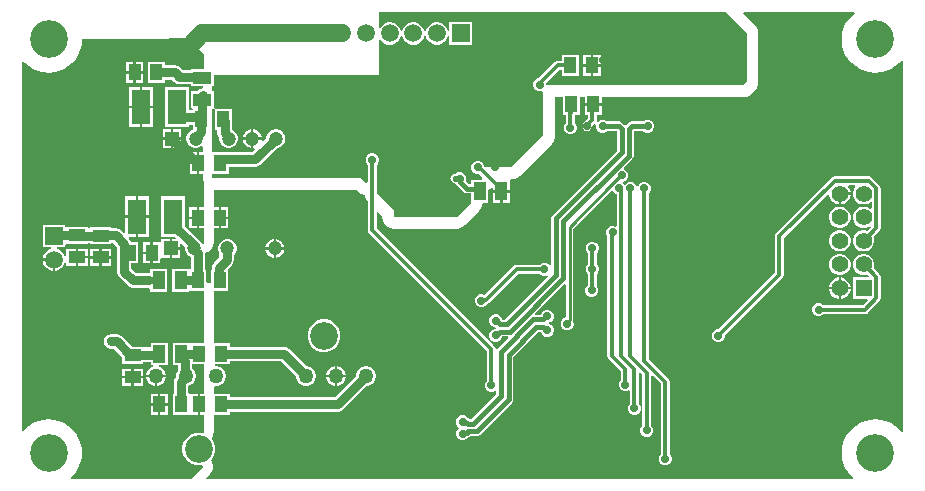
<source format=gbl>
G04*
G04 #@! TF.GenerationSoftware,Altium Limited,Altium Designer,23.11.1 (41)*
G04*
G04 Layer_Physical_Order=2*
G04 Layer_Color=16711680*
%FSLAX43Y43*%
%MOMM*%
G71*
G04*
G04 #@! TF.SameCoordinates,A9BB8E2F-42CC-474E-B4F6-770058E49C0A*
G04*
G04*
G04 #@! TF.FilePolarity,Positive*
G04*
G01*
G75*
%ADD13C,0.254*%
%ADD39R,1.400X1.050*%
%ADD40R,1.050X1.400*%
%ADD41R,1.500X1.050*%
%ADD50R,1.050X1.500*%
%ADD51C,0.350*%
%ADD52C,0.381*%
%ADD54C,1.500*%
%ADD55C,1.200*%
%ADD56R,1.200X1.200*%
%ADD57R,1.500X1.500*%
%ADD58C,1.500*%
%ADD59C,1.400*%
%ADD60R,1.400X1.400*%
%ADD61C,1.260*%
%ADD62C,2.350*%
%ADD63R,1.500X1.500*%
%ADD64C,3.200*%
%ADD65C,0.700*%
%ADD66R,1.600X3.000*%
%ADD67C,0.800*%
G36*
X15663Y36237D02*
Y34983D01*
X14575D01*
Y34929D01*
X13828D01*
X13625Y35133D01*
X13426Y35265D01*
X13192Y35312D01*
X12355D01*
Y35600D01*
X10905D01*
Y33800D01*
X12355D01*
Y34088D01*
X12939D01*
X13142Y33885D01*
X13341Y33752D01*
X13575Y33706D01*
X14575D01*
Y33533D01*
X15556D01*
Y33387D01*
X15322Y33340D01*
X15124Y33208D01*
X15065Y33149D01*
X15054Y33133D01*
X14575D01*
Y31683D01*
X14603D01*
X14713Y31643D01*
Y31512D01*
X14400D01*
Y33500D01*
X12400D01*
Y30100D01*
X14400D01*
Y30288D01*
X14713D01*
Y29874D01*
X14641Y29854D01*
X14459Y29749D01*
X14310Y29600D01*
X14205Y29418D01*
X14150Y29214D01*
Y29003D01*
X14205Y28800D01*
X14310Y28618D01*
X14459Y28469D01*
X14641Y28363D01*
X14845Y28309D01*
X15055D01*
X15259Y28363D01*
X15429Y28462D01*
X15521Y28436D01*
X15556Y28421D01*
Y27935D01*
X15275D01*
Y27035D01*
Y26135D01*
X15556D01*
Y25789D01*
X15584Y25580D01*
X15663Y25388D01*
Y23300D01*
X15242D01*
Y22400D01*
Y21500D01*
X15663D01*
Y20246D01*
X15536Y20212D01*
X15490Y20291D01*
X15341Y20440D01*
X15185Y20531D01*
X14050Y21665D01*
Y24200D01*
X12050D01*
Y20800D01*
X13184D01*
X13258Y20711D01*
X13210Y20600D01*
X12950D01*
Y19900D01*
X13650D01*
Y20169D01*
X13767Y20218D01*
X14056Y19929D01*
X14050Y19905D01*
Y19695D01*
X14105Y19491D01*
X14210Y19309D01*
X14359Y19160D01*
X14530Y19061D01*
Y18062D01*
X14403Y18041D01*
X14400Y18050D01*
X12950D01*
Y16150D01*
X14400D01*
X14417Y16200D01*
X15663D01*
Y11775D01*
X14530D01*
X14450Y11825D01*
Y11825D01*
X13000D01*
Y9925D01*
X13450D01*
Y9448D01*
X13377Y9320D01*
X13320Y9109D01*
Y8911D01*
X13292Y8883D01*
X13160Y8685D01*
X13113Y8451D01*
Y7500D01*
X13000D01*
Y5700D01*
X14450D01*
Y5700D01*
X14530D01*
Y5700D01*
X15155D01*
Y6600D01*
Y7500D01*
X14530D01*
Y7500D01*
X14464D01*
X14337Y7533D01*
Y8191D01*
X14470Y8227D01*
X14660Y8336D01*
X14814Y8490D01*
X14923Y8680D01*
X14980Y8891D01*
Y9109D01*
X14923Y9320D01*
X14814Y9510D01*
X14674Y9650D01*
Y9975D01*
X15663D01*
Y7500D01*
X15355D01*
Y6600D01*
Y5700D01*
X15663D01*
Y4229D01*
X15562Y4151D01*
X15381Y4200D01*
X15019D01*
X14669Y4106D01*
X14356Y3925D01*
X14100Y3669D01*
X13919Y3356D01*
X13825Y3006D01*
Y2644D01*
X13919Y2294D01*
X14100Y1981D01*
X14356Y1725D01*
X14669Y1544D01*
X15019Y1450D01*
X15381D01*
X15485Y1478D01*
X15609Y1387D01*
X15613Y1313D01*
X14555Y255D01*
X4408D01*
X4364Y374D01*
X4505Y495D01*
X4794Y833D01*
X5027Y1213D01*
X5197Y1624D01*
X5301Y2056D01*
X5336Y2500D01*
X5301Y2944D01*
X5197Y3376D01*
X5027Y3787D01*
X4794Y4167D01*
X4505Y4505D01*
X4167Y4794D01*
X3787Y5027D01*
X3376Y5197D01*
X2944Y5301D01*
X2500Y5336D01*
X2056Y5301D01*
X1624Y5197D01*
X1213Y5027D01*
X833Y4794D01*
X495Y4505D01*
X374Y4364D01*
X255Y4408D01*
Y35592D01*
X374Y35636D01*
X495Y35495D01*
X833Y35206D01*
X1213Y34973D01*
X1624Y34803D01*
X2056Y34699D01*
X2500Y34664D01*
X2944Y34699D01*
X3376Y34803D01*
X3787Y34973D01*
X4167Y35206D01*
X4505Y35495D01*
X4794Y35833D01*
X5027Y36213D01*
X5197Y36624D01*
X5301Y37056D01*
X5336Y37500D01*
X14400D01*
X15663Y36237D01*
D02*
G37*
G36*
X61600Y38000D02*
Y33900D01*
X61300Y33600D01*
X44650D01*
Y33769D01*
X44643Y33786D01*
X45774Y34918D01*
X45941D01*
Y34400D01*
X47391D01*
Y36200D01*
X45941D01*
Y35682D01*
X45616D01*
X45469Y35653D01*
X45345Y35570D01*
X43980Y34205D01*
X43788Y34126D01*
X43634Y33971D01*
X43550Y33769D01*
Y33550D01*
X43634Y33348D01*
X43788Y33193D01*
X43991Y33110D01*
X44209D01*
X44294Y33145D01*
X44400Y33074D01*
Y29377D01*
X41693Y26670D01*
X39489D01*
X39398Y26761D01*
Y26779D01*
X39314Y26982D01*
X39159Y27136D01*
X38957Y27220D01*
X38738D01*
X38536Y27136D01*
X38381Y26982D01*
X38298Y26779D01*
Y26561D01*
X38381Y26358D01*
X38536Y26204D01*
X38738Y26120D01*
X38957D01*
X39200Y25877D01*
Y25577D01*
X38263D01*
Y25262D01*
X38089D01*
X37832Y25520D01*
X37865Y25601D01*
Y25819D01*
X37781Y26022D01*
X37627Y26176D01*
X37424Y26260D01*
X37206D01*
X37003Y26176D01*
X36950Y26122D01*
X36928Y26127D01*
X36776Y26096D01*
X36647Y26010D01*
X36561Y25881D01*
X36530Y25728D01*
X36561Y25576D01*
X36647Y25447D01*
X36665Y25428D01*
X36795Y25342D01*
X36932Y25315D01*
X37003Y25244D01*
X37025Y25235D01*
X37095Y25131D01*
X37643Y24582D01*
X37772Y24496D01*
X37924Y24466D01*
X38263D01*
Y23690D01*
X37043Y22470D01*
X31750D01*
Y23000D01*
X30282Y24468D01*
Y26905D01*
X30366Y26988D01*
X30450Y27191D01*
Y27409D01*
X30366Y27612D01*
X30212Y27766D01*
X30009Y27850D01*
X29791D01*
X29588Y27766D01*
X29434Y27612D01*
X29350Y27409D01*
Y27191D01*
X29434Y26988D01*
X29518Y26905D01*
Y25398D01*
X29400Y25350D01*
X28961Y25789D01*
X16371D01*
X16370Y25791D01*
X16363Y25842D01*
Y26135D01*
X17750D01*
Y26723D01*
X19976D01*
X20211Y26770D01*
X20409Y26903D01*
X21815Y28309D01*
X21855D01*
X22059Y28363D01*
X22241Y28469D01*
X22390Y28618D01*
X22495Y28800D01*
X22550Y29003D01*
Y29214D01*
X22495Y29418D01*
X22390Y29600D01*
X22241Y29749D01*
X22059Y29854D01*
X21855Y29909D01*
X21645D01*
X21441Y29854D01*
X21259Y29749D01*
X21110Y29600D01*
X21005Y29418D01*
X20950Y29214D01*
Y29174D01*
X20646Y28870D01*
X20532Y28935D01*
X20550Y29003D01*
Y29009D01*
X19850D01*
Y28309D01*
X19855D01*
X19924Y28327D01*
X19989Y28213D01*
X19723Y27947D01*
X17150D01*
X17091Y27935D01*
X16363D01*
Y28421D01*
Y31606D01*
X16434Y31643D01*
X16458Y31645D01*
X16559Y31578D01*
X16563Y31537D01*
X16563Y31534D01*
X16563Y31522D01*
Y29843D01*
X16801D01*
Y29554D01*
X16848Y29320D01*
X16950Y29167D01*
Y29003D01*
X17005Y28800D01*
X17110Y28618D01*
X17259Y28469D01*
X17441Y28363D01*
X17645Y28309D01*
X17855D01*
X18059Y28363D01*
X18241Y28469D01*
X18390Y28618D01*
X18495Y28800D01*
X18550Y29003D01*
Y29214D01*
X18495Y29418D01*
X18390Y29600D01*
X18241Y29749D01*
X18059Y29854D01*
X18025Y29863D01*
Y30618D01*
X18013Y30677D01*
Y31643D01*
X16669D01*
X16606Y31643D01*
X16597Y31645D01*
X16551Y31656D01*
X16483Y31725D01*
X16475Y31788D01*
X16475Y31792D01*
Y33133D01*
X16363D01*
Y33533D01*
X16475D01*
Y34500D01*
X30449D01*
Y37464D01*
X30576Y37498D01*
X30623Y37417D01*
X30800Y37240D01*
X31017Y37115D01*
X31258Y37050D01*
X31508D01*
X31750Y37115D01*
X31967Y37240D01*
X32144Y37417D01*
X32269Y37633D01*
X32318Y37816D01*
X32449D01*
X32498Y37633D01*
X32623Y37417D01*
X32800Y37240D01*
X33017Y37115D01*
X33258Y37050D01*
X33508D01*
X33750Y37115D01*
X33967Y37240D01*
X34144Y37417D01*
X34269Y37633D01*
X34318Y37816D01*
X34449D01*
X34498Y37633D01*
X34623Y37417D01*
X34800Y37240D01*
X35017Y37115D01*
X35258Y37050D01*
X35508D01*
X35750Y37115D01*
X35967Y37240D01*
X36144Y37417D01*
X36269Y37633D01*
X36306Y37774D01*
X36433Y37757D01*
Y37050D01*
X38333D01*
Y38950D01*
X36433D01*
Y38243D01*
X36306Y38226D01*
X36269Y38367D01*
X36144Y38583D01*
X35967Y38760D01*
X35750Y38885D01*
X35508Y38950D01*
X35258D01*
X35017Y38885D01*
X34800Y38760D01*
X34623Y38583D01*
X34498Y38367D01*
X34449Y38184D01*
X34318D01*
X34269Y38367D01*
X34144Y38583D01*
X33967Y38760D01*
X33750Y38885D01*
X33508Y38950D01*
X33258D01*
X33017Y38885D01*
X32800Y38760D01*
X32623Y38583D01*
X32498Y38367D01*
X32449Y38184D01*
X32318D01*
X32269Y38367D01*
X32144Y38583D01*
X31967Y38760D01*
X31750Y38885D01*
X31508Y38950D01*
X31258D01*
X31017Y38885D01*
X30800Y38760D01*
X30623Y38583D01*
X30576Y38502D01*
X30449Y38536D01*
Y39845D01*
X59755D01*
X61600Y38000D01*
D02*
G37*
G36*
X70744Y39718D02*
X70495Y39505D01*
X70206Y39167D01*
X69973Y38787D01*
X69803Y38376D01*
X69699Y37944D01*
X69664Y37500D01*
X69699Y37056D01*
X69803Y36624D01*
X69973Y36213D01*
X70206Y35833D01*
X70495Y35495D01*
X70833Y35206D01*
X71213Y34973D01*
X71624Y34803D01*
X72056Y34699D01*
X72500Y34664D01*
X72944Y34699D01*
X73376Y34803D01*
X73787Y34973D01*
X74167Y35206D01*
X74505Y35495D01*
X74718Y35744D01*
X74845Y35697D01*
Y4303D01*
X74718Y4256D01*
X74505Y4505D01*
X74167Y4794D01*
X73787Y5027D01*
X73376Y5197D01*
X72944Y5301D01*
X72500Y5336D01*
X72056Y5301D01*
X71624Y5197D01*
X71213Y5027D01*
X70833Y4794D01*
X70495Y4505D01*
X70206Y4167D01*
X69973Y3787D01*
X69803Y3376D01*
X69699Y2944D01*
X69664Y2500D01*
X69699Y2056D01*
X69803Y1624D01*
X69973Y1213D01*
X70206Y833D01*
X70495Y495D01*
X70636Y374D01*
X70592Y255D01*
X15862D01*
X15813Y372D01*
X16184Y743D01*
X16197Y760D01*
X16214Y775D01*
X16261Y843D01*
X16312Y910D01*
X16320Y930D01*
X16333Y948D01*
X16361Y1027D01*
X16393Y1104D01*
X16395Y1126D01*
X16403Y1147D01*
X16409Y1230D01*
X16420Y1313D01*
X16417Y1335D01*
X16419Y1357D01*
X16415Y1431D01*
X16407Y1470D01*
X16407Y1510D01*
X16388Y1573D01*
X16376Y1638D01*
X16359Y1674D01*
X16347Y1712D01*
X16313Y1768D01*
X16285Y1828D01*
X16259Y1858D01*
X16238Y1892D01*
X16238Y1918D01*
X16300Y1981D01*
X16481Y2294D01*
X16575Y2644D01*
Y3006D01*
X16481Y3356D01*
X16300Y3669D01*
X16268Y3702D01*
X16303Y3737D01*
X16330Y3783D01*
X16362Y3825D01*
X16382Y3874D01*
X16409Y3920D01*
X16422Y3971D01*
X16443Y4020D01*
X16449Y4072D01*
X16463Y4123D01*
Y4176D01*
X16470Y4229D01*
Y5700D01*
X17830D01*
Y5988D01*
X26990D01*
X27224Y6035D01*
X27423Y6167D01*
X29425Y8170D01*
X29499D01*
X29710Y8227D01*
X29900Y8336D01*
X30054Y8490D01*
X30163Y8680D01*
X30220Y8891D01*
Y9109D01*
X30163Y9320D01*
X30054Y9510D01*
X29900Y9664D01*
X29710Y9773D01*
X29499Y9830D01*
X29281D01*
X29070Y9773D01*
X28880Y9664D01*
X28726Y9510D01*
X28617Y9320D01*
X28560Y9109D01*
Y9035D01*
X26737Y7212D01*
X17830D01*
Y7500D01*
X16470D01*
Y8095D01*
X16571Y8173D01*
X16581Y8170D01*
X16799D01*
X17010Y8227D01*
X17200Y8336D01*
X17354Y8490D01*
X17463Y8680D01*
X17520Y8891D01*
Y9109D01*
X17463Y9320D01*
X17354Y9510D01*
X17200Y9664D01*
X17010Y9773D01*
X16799Y9830D01*
X16672D01*
X16581Y9957D01*
X16587Y9975D01*
X17830D01*
Y10263D01*
X22182D01*
X23480Y8965D01*
Y8891D01*
X23537Y8680D01*
X23646Y8490D01*
X23800Y8336D01*
X23990Y8227D01*
X24201Y8170D01*
X24419D01*
X24630Y8227D01*
X24820Y8336D01*
X24974Y8490D01*
X25083Y8680D01*
X25140Y8891D01*
Y9109D01*
X25083Y9320D01*
X24974Y9510D01*
X24820Y9664D01*
X24630Y9773D01*
X24419Y9830D01*
X24345D01*
X22868Y11308D01*
X22669Y11440D01*
X22435Y11487D01*
X17830D01*
Y11775D01*
X16470D01*
Y16200D01*
X17717D01*
Y18000D01*
X17717D01*
X17683Y18082D01*
X18006Y18405D01*
X18139Y18603D01*
X18185Y18837D01*
Y19204D01*
X18290Y19309D01*
X18395Y19491D01*
X18450Y19695D01*
Y19905D01*
X18395Y20109D01*
X18290Y20291D01*
X18141Y20440D01*
X17959Y20545D01*
X17755Y20600D01*
X17545D01*
X17341Y20545D01*
X17159Y20440D01*
X17010Y20291D01*
X16905Y20109D01*
X16850Y19905D01*
Y19695D01*
X16905Y19491D01*
X16962Y19392D01*
Y19091D01*
X16478Y18608D01*
X16346Y18409D01*
X16299Y18175D01*
Y18000D01*
X16267D01*
Y16905D01*
X16140Y16843D01*
X16067Y16899D01*
X15872Y16979D01*
X15867Y16980D01*
Y18000D01*
X15753D01*
Y19400D01*
X15747Y19433D01*
X15872Y19466D01*
X15972Y19508D01*
X16067Y19547D01*
X16234Y19675D01*
X16362Y19842D01*
X16443Y20037D01*
X16470Y20246D01*
Y21500D01*
X16892D01*
Y22400D01*
Y23300D01*
X16470D01*
Y24780D01*
X28544D01*
X28687Y24637D01*
X28740Y24596D01*
X28786Y24550D01*
X28844Y24517D01*
X28896Y24476D01*
X28957Y24451D01*
X29014Y24418D01*
X29078Y24401D01*
X29139Y24376D01*
X29205Y24367D01*
X29269Y24350D01*
X29289D01*
X29308Y24207D01*
X29409Y23963D01*
X29518Y23822D01*
Y21381D01*
X29547Y21235D01*
X29630Y21111D01*
X39603Y11137D01*
Y8602D01*
X39519Y8518D01*
X39436Y8316D01*
Y8097D01*
X39519Y7895D01*
X39674Y7740D01*
X39876Y7656D01*
X40095D01*
X40297Y7740D01*
X40300Y7743D01*
X40418Y7695D01*
Y7448D01*
X38307Y5337D01*
X38203D01*
X38088Y5414D01*
X38004Y5431D01*
X37862Y5574D01*
X37659Y5658D01*
X37441D01*
X37238Y5574D01*
X37084Y5419D01*
X37000Y5217D01*
Y4998D01*
X37084Y4796D01*
X37193Y4687D01*
X37231Y4620D01*
X37195Y4522D01*
X37098Y4426D01*
X37015Y4223D01*
Y4005D01*
X37098Y3803D01*
X37253Y3648D01*
X37455Y3564D01*
X37674D01*
X37876Y3648D01*
X38026Y3798D01*
X38073Y3807D01*
X38202Y3894D01*
X38215Y3906D01*
X38735D01*
X38887Y3936D01*
X39016Y4023D01*
X41732Y6739D01*
X41819Y6868D01*
X41849Y7020D01*
Y10644D01*
X43957Y12752D01*
X44172D01*
X44247Y12570D01*
X44402Y12416D01*
X44604Y12332D01*
X44823D01*
X45025Y12416D01*
X45180Y12570D01*
X45263Y12773D01*
Y12991D01*
X45180Y13194D01*
X45025Y13348D01*
X44902Y13399D01*
Y13537D01*
X45025Y13588D01*
X45180Y13742D01*
X45263Y13944D01*
Y14163D01*
X45180Y14365D01*
X45025Y14520D01*
X44823Y14604D01*
X44604D01*
X44402Y14520D01*
X44247Y14365D01*
X44172Y14184D01*
X43718D01*
X43669Y14301D01*
X46158Y16789D01*
X46275Y16741D01*
Y13955D01*
X46091Y13878D01*
X45936Y13724D01*
X45852Y13521D01*
Y13303D01*
X45936Y13101D01*
X46091Y12946D01*
X46293Y12862D01*
X46512D01*
X46714Y12946D01*
X46869Y13101D01*
X46952Y13303D01*
Y13521D01*
X46916Y13610D01*
X46916Y13611D01*
X46942Y13739D01*
Y21476D01*
X50179Y24713D01*
X50329Y24683D01*
X50373Y24576D01*
X50528Y24421D01*
X50622Y24382D01*
Y21738D01*
X50495Y21653D01*
X50374Y21703D01*
X50155D01*
X49953Y21619D01*
X49799Y21464D01*
X49715Y21262D01*
Y21043D01*
X49799Y20841D01*
X49822Y20818D01*
Y10695D01*
X49851Y10549D01*
X49934Y10425D01*
X50961Y9398D01*
Y8665D01*
X50877Y8581D01*
X50793Y8379D01*
Y8160D01*
X50877Y7958D01*
X51032Y7804D01*
X51234Y7720D01*
X51452D01*
X51584Y7774D01*
X51711Y7694D01*
Y6661D01*
X51627Y6577D01*
X51543Y6375D01*
Y6156D01*
X51627Y5954D01*
X51781Y5799D01*
X51984Y5716D01*
X52202D01*
X52405Y5799D01*
X52559Y5954D01*
X52643Y6156D01*
Y6375D01*
X52559Y6577D01*
X52475Y6661D01*
Y9273D01*
X52593Y9322D01*
X52779Y9135D01*
Y4788D01*
X52695Y4704D01*
X52611Y4502D01*
Y4283D01*
X52695Y4081D01*
X52850Y3926D01*
X53052Y3842D01*
X53271D01*
X53473Y3926D01*
X53628Y4081D01*
X53711Y4283D01*
Y4502D01*
X53628Y4704D01*
X53544Y4788D01*
Y8982D01*
X53661Y9031D01*
X54318Y8374D01*
Y2379D01*
X54234Y2295D01*
X54150Y2093D01*
Y1874D01*
X54234Y1672D01*
X54389Y1517D01*
X54591Y1434D01*
X54810D01*
X55012Y1517D01*
X55166Y1672D01*
X55250Y1874D01*
Y2093D01*
X55166Y2295D01*
X55083Y2379D01*
Y8533D01*
X55053Y8679D01*
X54971Y8803D01*
X53303Y10470D01*
Y17492D01*
X53303Y17492D01*
Y24492D01*
X53387Y24576D01*
X53471Y24778D01*
Y24997D01*
X53387Y25199D01*
X53233Y25354D01*
X53030Y25438D01*
X52812D01*
X52609Y25354D01*
X52455Y25199D01*
X52404Y25078D01*
X52267D01*
X52217Y25199D01*
X52062Y25354D01*
X51860Y25438D01*
X51641D01*
X51439Y25354D01*
X51295Y25210D01*
X51172Y25333D01*
X51178Y25431D01*
X51193Y25474D01*
X51338Y25534D01*
X51492Y25688D01*
X51576Y25891D01*
Y26109D01*
X51492Y26312D01*
X51338Y26466D01*
X51232Y26510D01*
X51202Y26660D01*
X51925Y27383D01*
X52011Y27512D01*
X52041Y27664D01*
Y29760D01*
X52853D01*
X52921Y29692D01*
X53123Y29608D01*
X53342D01*
X53544Y29692D01*
X53699Y29847D01*
X53783Y30049D01*
Y30268D01*
X53699Y30470D01*
X53544Y30625D01*
X53342Y30708D01*
X53123D01*
X52921Y30625D01*
X52853Y30557D01*
X51866D01*
X51714Y30526D01*
X51585Y30440D01*
X51412Y30268D01*
X51328Y30231D01*
X51243Y30268D01*
X51070Y30440D01*
X50941Y30526D01*
X50789Y30557D01*
X49802D01*
X49734Y30625D01*
X49532Y30708D01*
X49313D01*
X49111Y30625D01*
X49004Y30518D01*
X48887Y30580D01*
X48898Y30636D01*
Y31093D01*
X49338D01*
Y31893D01*
X48613D01*
X47888D01*
Y31093D01*
X48133D01*
Y30794D01*
X47824Y30485D01*
X47741Y30361D01*
X47712Y30215D01*
Y30120D01*
X47741Y29974D01*
X47824Y29850D01*
X47948Y29767D01*
X48094Y29738D01*
X48241Y29767D01*
X48365Y29850D01*
X48447Y29974D01*
X48461Y30041D01*
X48786Y30366D01*
X48881Y30288D01*
X48873Y30268D01*
Y30049D01*
X48956Y29847D01*
X49111Y29692D01*
X49313Y29608D01*
X49532D01*
X49734Y29692D01*
X49802Y29760D01*
X50614D01*
Y28091D01*
X45178Y22655D01*
X45092Y22526D01*
X45062Y22374D01*
Y18405D01*
X44967Y18373D01*
X44935Y18371D01*
X44787Y18519D01*
X44584Y18603D01*
X44366D01*
X44164Y18519D01*
X44080Y18435D01*
X42129D01*
X41983Y18406D01*
X41859Y18323D01*
X39399Y15864D01*
X39253Y15924D01*
X39035D01*
X38832Y15840D01*
X38678Y15686D01*
X38594Y15483D01*
Y15265D01*
X38678Y15062D01*
X38832Y14908D01*
X39035Y14824D01*
X39253D01*
X39456Y14908D01*
X39610Y15062D01*
X39617Y15078D01*
X39664Y15088D01*
X39788Y15171D01*
X42287Y17670D01*
X44080D01*
X44164Y17586D01*
X44366Y17503D01*
X44584D01*
X44736Y17565D01*
X44807Y17458D01*
X41124Y13774D01*
X40917D01*
Y13796D01*
X40833Y13998D01*
X40679Y14152D01*
X40477Y14236D01*
X40258D01*
X40056Y14152D01*
X39901Y13998D01*
X39817Y13796D01*
Y13577D01*
X39901Y13375D01*
X40056Y13220D01*
X40258Y13136D01*
X40305D01*
X40349Y13060D01*
X40305Y12984D01*
X40258D01*
X40056Y12901D01*
X39901Y12746D01*
X39817Y12544D01*
Y12325D01*
X39901Y12123D01*
X40056Y11968D01*
X40258Y11884D01*
X40477D01*
X40679Y11968D01*
X40833Y12123D01*
X40917Y12325D01*
Y12347D01*
X41361D01*
X41410Y12229D01*
X40534Y11354D01*
X40495Y11295D01*
X40442Y11295D01*
X40362Y11325D01*
X40339Y11442D01*
X40256Y11566D01*
X30282Y21540D01*
Y22875D01*
X30400Y22924D01*
X30742Y22582D01*
Y22470D01*
X30776Y22209D01*
X30877Y21966D01*
X31037Y21757D01*
X31246Y21597D01*
X31489Y21496D01*
X31750Y21461D01*
X37043D01*
X37043Y21461D01*
X37304Y21496D01*
X37547Y21597D01*
X37756Y21757D01*
X37756Y21757D01*
X38976Y22977D01*
X38976Y22977D01*
X39137Y23186D01*
X39237Y23429D01*
X39270Y23677D01*
X39713D01*
Y24710D01*
X39913Y24864D01*
X39985Y24957D01*
X39990Y24958D01*
X40113Y24916D01*
Y24727D01*
X40838D01*
X41563D01*
Y25577D01*
X41655Y25661D01*
X41693D01*
X41693Y25661D01*
X41954Y25696D01*
X42197Y25796D01*
X42406Y25957D01*
X45113Y28664D01*
X45273Y28873D01*
X45374Y29116D01*
X45409Y29377D01*
Y32591D01*
X46038D01*
Y31093D01*
X46298D01*
Y30406D01*
X46214Y30322D01*
X46130Y30120D01*
Y29901D01*
X46214Y29699D01*
X46368Y29544D01*
X46571Y29461D01*
X46789D01*
X46992Y29544D01*
X47146Y29699D01*
X47230Y29901D01*
Y30120D01*
X47146Y30322D01*
X47062Y30406D01*
Y31093D01*
X47488D01*
Y32591D01*
X47888D01*
Y32093D01*
X48613D01*
X49338D01*
Y32591D01*
X61300D01*
X61561Y32626D01*
X61804Y32727D01*
X62013Y32887D01*
X62313Y33187D01*
X62473Y33396D01*
X62574Y33639D01*
X62609Y33900D01*
Y38000D01*
X62609Y38000D01*
X62574Y38261D01*
X62473Y38504D01*
X62313Y38713D01*
X62313Y38713D01*
X61299Y39728D01*
X61347Y39845D01*
X70697D01*
X70744Y39718D01*
D02*
G37*
%LPC*%
G36*
X10505Y35600D02*
X9880D01*
Y34800D01*
X10505D01*
Y35600D01*
D02*
G37*
G36*
X9680D02*
X9055D01*
Y34800D01*
X9680D01*
Y35600D01*
D02*
G37*
G36*
X10505Y34600D02*
X9880D01*
Y33800D01*
X10505D01*
Y34600D01*
D02*
G37*
G36*
X9680D02*
X9055D01*
Y33800D01*
X9680D01*
Y34600D01*
D02*
G37*
G36*
X11350Y33500D02*
X10450D01*
Y31900D01*
X11350D01*
Y33500D01*
D02*
G37*
G36*
X10250D02*
X9350D01*
Y31900D01*
X10250D01*
Y33500D01*
D02*
G37*
G36*
X11350Y31700D02*
X10450D01*
Y30100D01*
X11350D01*
Y31700D01*
D02*
G37*
G36*
X10250D02*
X9350D01*
Y30100D01*
X10250D01*
Y31700D01*
D02*
G37*
G36*
X13750Y29909D02*
X13050D01*
Y29209D01*
X13750D01*
Y29909D01*
D02*
G37*
G36*
X12850D02*
X12150D01*
Y29209D01*
X12850D01*
Y29909D01*
D02*
G37*
G36*
X13750Y29009D02*
X13050D01*
Y28309D01*
X13750D01*
Y29009D01*
D02*
G37*
G36*
X12850D02*
X12150D01*
Y28309D01*
X12850D01*
Y29009D01*
D02*
G37*
G36*
X15075Y27935D02*
X14450D01*
Y27135D01*
X15075D01*
Y27935D01*
D02*
G37*
G36*
Y26935D02*
X14450D01*
Y26135D01*
X15075D01*
Y26935D01*
D02*
G37*
G36*
X11000Y24200D02*
X10100D01*
Y22600D01*
X11000D01*
Y24200D01*
D02*
G37*
G36*
X9900D02*
X9000D01*
Y22600D01*
X9900D01*
Y24200D01*
D02*
G37*
G36*
X15042Y23300D02*
X14417D01*
Y22500D01*
X15042D01*
Y23300D01*
D02*
G37*
G36*
Y22300D02*
X14417D01*
Y21500D01*
X15042D01*
Y22300D01*
D02*
G37*
G36*
X9900Y22400D02*
X9000D01*
Y21136D01*
X8883Y21088D01*
X8633Y21338D01*
X8434Y21470D01*
X8200Y21517D01*
X7800D01*
Y21620D01*
X6000D01*
Y21507D01*
X5800D01*
Y21630D01*
X4000D01*
X3901Y21697D01*
Y21814D01*
X2001D01*
Y19914D01*
X2708D01*
X2725Y19787D01*
X2584Y19749D01*
X2367Y19624D01*
X2190Y19447D01*
X2065Y19231D01*
X2001Y18989D01*
Y18964D01*
X2951D01*
Y18864D01*
X3051D01*
Y17914D01*
X3076D01*
X3317Y17979D01*
X3534Y18104D01*
X3711Y18281D01*
X3836Y18497D01*
X3873Y18636D01*
X4000Y18619D01*
Y18330D01*
X4800D01*
Y19055D01*
Y19780D01*
X4000D01*
Y19109D01*
X3873Y19092D01*
X3836Y19231D01*
X3711Y19447D01*
X3534Y19624D01*
X3317Y19749D01*
X3177Y19787D01*
X3193Y19914D01*
X3901D01*
Y20113D01*
X4000Y20180D01*
X5800D01*
Y20283D01*
X6000D01*
Y20170D01*
X7800D01*
Y20293D01*
X7947D01*
X8297Y19943D01*
Y17809D01*
X8343Y17574D01*
X8476Y17376D01*
X9185Y16667D01*
X9383Y16535D01*
X9617Y16488D01*
X10998D01*
X11002Y16489D01*
X11100Y16408D01*
Y16150D01*
X12550D01*
Y18050D01*
X11100D01*
Y17792D01*
X11002Y17711D01*
X10998Y17712D01*
X9871D01*
X9520Y18062D01*
Y18528D01*
X10100D01*
Y20328D01*
X9494D01*
X9474Y20431D01*
X9341Y20629D01*
X9288Y20683D01*
X9336Y20800D01*
X9900D01*
Y22400D01*
D02*
G37*
G36*
X11000D02*
X10100D01*
Y20800D01*
X11000D01*
Y22400D01*
D02*
G37*
G36*
X11125Y20328D02*
X10500D01*
Y19528D01*
X11125D01*
Y20328D01*
D02*
G37*
G36*
X5800Y19780D02*
X5000D01*
Y19155D01*
X5800D01*
Y19780D01*
D02*
G37*
G36*
X7800Y19770D02*
X7000D01*
Y19145D01*
X7800D01*
Y19770D01*
D02*
G37*
G36*
X6800D02*
X6000D01*
Y19145D01*
X6800D01*
Y19770D01*
D02*
G37*
G36*
X13650Y19700D02*
X12950D01*
Y19000D01*
X13650D01*
Y19700D01*
D02*
G37*
G36*
X12750Y20600D02*
X12050D01*
Y20393D01*
X11950Y20328D01*
X11923Y20328D01*
X11325D01*
Y19428D01*
Y18528D01*
X11950D01*
Y18935D01*
X12050Y19000D01*
X12077Y19000D01*
X12750D01*
Y19800D01*
Y20600D01*
D02*
G37*
G36*
X11125Y19328D02*
X10500D01*
Y18528D01*
X11125D01*
Y19328D01*
D02*
G37*
G36*
X5800Y18955D02*
X5000D01*
Y18330D01*
X5800D01*
Y18955D01*
D02*
G37*
G36*
X7800Y18945D02*
X7000D01*
Y18320D01*
X7800D01*
Y18945D01*
D02*
G37*
G36*
X6800D02*
X6000D01*
Y18320D01*
X6800D01*
Y18945D01*
D02*
G37*
G36*
X2851Y18764D02*
X2001D01*
Y18739D01*
X2065Y18497D01*
X2190Y18281D01*
X2367Y18104D01*
X2584Y17979D01*
X2826Y17914D01*
X2851D01*
Y18764D01*
D02*
G37*
G36*
X8257Y12545D02*
X7767D01*
X7533Y12498D01*
X7334Y12366D01*
X7202Y12167D01*
X7155Y11933D01*
X7202Y11699D01*
X7334Y11500D01*
X7533Y11368D01*
X7767Y11321D01*
X8004D01*
X8710Y10615D01*
Y10030D01*
X10510D01*
Y10203D01*
X11150D01*
Y9925D01*
X11365D01*
X11381Y9798D01*
X11290Y9773D01*
X11100Y9664D01*
X10946Y9510D01*
X10837Y9320D01*
X10780Y9109D01*
Y9100D01*
X12440D01*
Y9109D01*
X12383Y9320D01*
X12274Y9510D01*
X12120Y9664D01*
X11930Y9773D01*
X11839Y9798D01*
X11855Y9925D01*
X12600D01*
Y11825D01*
X11150D01*
Y11427D01*
X10510D01*
Y11480D01*
X9575D01*
X8690Y12366D01*
X8491Y12498D01*
X8257Y12545D01*
D02*
G37*
G36*
X10510Y9630D02*
X9710D01*
Y9005D01*
X10510D01*
Y9630D01*
D02*
G37*
G36*
X9510D02*
X8710D01*
Y9005D01*
X9510D01*
Y9630D01*
D02*
G37*
G36*
X10510Y8805D02*
X9710D01*
Y8180D01*
X10510D01*
Y8805D01*
D02*
G37*
G36*
X9510D02*
X8710D01*
Y8180D01*
X9510D01*
Y8805D01*
D02*
G37*
G36*
X12440Y8900D02*
X11710D01*
Y8170D01*
X11719D01*
X11930Y8227D01*
X12120Y8336D01*
X12274Y8490D01*
X12383Y8680D01*
X12440Y8891D01*
Y8900D01*
D02*
G37*
G36*
X11510D02*
X10780D01*
Y8891D01*
X10837Y8680D01*
X10946Y8490D01*
X11100Y8336D01*
X11290Y8227D01*
X11501Y8170D01*
X11510D01*
Y8900D01*
D02*
G37*
G36*
X12600Y7500D02*
X11975D01*
Y6700D01*
X12600D01*
Y7500D01*
D02*
G37*
G36*
X11775D02*
X11150D01*
Y6700D01*
X11775D01*
Y7500D01*
D02*
G37*
G36*
X12600Y6500D02*
X11975D01*
Y5700D01*
X12600D01*
Y6500D01*
D02*
G37*
G36*
X11775D02*
X11150D01*
Y5700D01*
X11775D01*
Y6500D01*
D02*
G37*
G36*
X49241Y36200D02*
X48616D01*
Y35400D01*
X49241D01*
Y36200D01*
D02*
G37*
G36*
X48416D02*
X47791D01*
Y35400D01*
X48416D01*
Y36200D01*
D02*
G37*
G36*
X49241Y35200D02*
X48616D01*
Y34400D01*
X49241D01*
Y35200D01*
D02*
G37*
G36*
X48416D02*
X47791D01*
Y34400D01*
X48416D01*
Y35200D01*
D02*
G37*
G36*
X19855Y29909D02*
X19850D01*
Y29209D01*
X20550D01*
Y29214D01*
X20495Y29418D01*
X20390Y29600D01*
X20241Y29749D01*
X20059Y29854D01*
X19855Y29909D01*
D02*
G37*
G36*
X19650D02*
X19645D01*
X19441Y29854D01*
X19259Y29749D01*
X19110Y29600D01*
X19005Y29418D01*
X18950Y29214D01*
Y29209D01*
X19650D01*
Y29909D01*
D02*
G37*
G36*
Y29009D02*
X18950D01*
Y29003D01*
X19005Y28800D01*
X19110Y28618D01*
X19259Y28469D01*
X19441Y28363D01*
X19645Y28309D01*
X19650D01*
Y29009D01*
D02*
G37*
G36*
X41563Y24527D02*
X40938D01*
Y23677D01*
X41563D01*
Y24527D01*
D02*
G37*
G36*
X40738D02*
X40113D01*
Y23677D01*
X40738D01*
Y24527D01*
D02*
G37*
G36*
X70400Y24343D02*
X69600D01*
Y23543D01*
X69618D01*
X69847Y23604D01*
X70053Y23723D01*
X70220Y23890D01*
X70339Y24095D01*
X70400Y24324D01*
Y24343D01*
D02*
G37*
G36*
X71945Y25900D02*
X69055D01*
X68908Y25871D01*
X68784Y25788D01*
X64080Y21084D01*
X63997Y20960D01*
X63968Y20813D01*
Y17709D01*
X59209Y12950D01*
X59091D01*
X58888Y12866D01*
X58734Y12712D01*
X58650Y12509D01*
Y12291D01*
X58734Y12088D01*
X58888Y11934D01*
X59091Y11850D01*
X59309D01*
X59512Y11934D01*
X59666Y12088D01*
X59750Y12291D01*
Y12409D01*
X64621Y17280D01*
X64704Y17404D01*
X64733Y17550D01*
Y20655D01*
X68483Y24405D01*
X68600Y24356D01*
Y24324D01*
X68661Y24095D01*
X68780Y23890D01*
X68947Y23723D01*
X69153Y23604D01*
X69382Y23543D01*
X69400D01*
Y24443D01*
X69500D01*
Y24543D01*
X70400D01*
Y24561D01*
X70339Y24790D01*
X70220Y24995D01*
X70197Y25018D01*
X70246Y25136D01*
X70754D01*
X70803Y25018D01*
X70780Y24995D01*
X70661Y24790D01*
X70600Y24561D01*
Y24324D01*
X70661Y24095D01*
X70780Y23890D01*
X70947Y23723D01*
X71153Y23604D01*
X71382Y23543D01*
X71618D01*
X71847Y23604D01*
X72053Y23723D01*
X72075Y23745D01*
X72193Y23697D01*
Y23189D01*
X72075Y23140D01*
X72053Y23163D01*
X71847Y23282D01*
X71618Y23343D01*
X71382D01*
X71153Y23282D01*
X70947Y23163D01*
X70780Y22995D01*
X70661Y22790D01*
X70600Y22561D01*
Y22324D01*
X70661Y22095D01*
X70780Y21890D01*
X70947Y21723D01*
X71153Y21604D01*
X71382Y21543D01*
X71618D01*
X71847Y21604D01*
X71965Y21672D01*
X72107Y21608D01*
X72110Y21594D01*
X71808Y21292D01*
X71618Y21343D01*
X71382D01*
X71153Y21282D01*
X70947Y21163D01*
X70780Y20995D01*
X70661Y20790D01*
X70600Y20561D01*
Y20324D01*
X70661Y20095D01*
X70780Y19890D01*
X70947Y19723D01*
X71153Y19604D01*
X71382Y19543D01*
X71618D01*
X71847Y19604D01*
X72053Y19723D01*
X72220Y19890D01*
X72339Y20095D01*
X72400Y20324D01*
Y20561D01*
X72349Y20751D01*
X72845Y21247D01*
X72928Y21372D01*
X72957Y21518D01*
Y24888D01*
X72928Y25034D01*
X72845Y25158D01*
X72216Y25788D01*
X72092Y25871D01*
X71945Y25900D01*
D02*
G37*
G36*
X17717Y23300D02*
X17092D01*
Y22500D01*
X17717D01*
Y23300D01*
D02*
G37*
G36*
X69618Y23343D02*
X69382D01*
X69153Y23282D01*
X68947Y23163D01*
X68780Y22995D01*
X68661Y22790D01*
X68600Y22561D01*
Y22324D01*
X68661Y22095D01*
X68780Y21890D01*
X68947Y21723D01*
X69153Y21604D01*
X69382Y21543D01*
X69618D01*
X69847Y21604D01*
X70053Y21723D01*
X70220Y21890D01*
X70339Y22095D01*
X70400Y22324D01*
Y22561D01*
X70339Y22790D01*
X70220Y22995D01*
X70053Y23163D01*
X69847Y23282D01*
X69618Y23343D01*
D02*
G37*
G36*
X17717Y22300D02*
X17092D01*
Y21500D01*
X17717D01*
Y22300D01*
D02*
G37*
G36*
X21755Y20600D02*
X21750D01*
Y19900D01*
X22450D01*
Y19905D01*
X22395Y20109D01*
X22290Y20291D01*
X22141Y20440D01*
X21959Y20545D01*
X21755Y20600D01*
D02*
G37*
G36*
X21550D02*
X21545D01*
X21341Y20545D01*
X21159Y20440D01*
X21010Y20291D01*
X20905Y20109D01*
X20850Y19905D01*
Y19900D01*
X21550D01*
Y20600D01*
D02*
G37*
G36*
X69618Y21343D02*
X69382D01*
X69153Y21282D01*
X68947Y21163D01*
X68780Y20995D01*
X68661Y20790D01*
X68600Y20561D01*
Y20324D01*
X68661Y20095D01*
X68780Y19890D01*
X68947Y19723D01*
X69153Y19604D01*
X69382Y19543D01*
X69618D01*
X69847Y19604D01*
X70053Y19723D01*
X70220Y19890D01*
X70339Y20095D01*
X70400Y20324D01*
Y20561D01*
X70339Y20790D01*
X70220Y20995D01*
X70053Y21163D01*
X69847Y21282D01*
X69618Y21343D01*
D02*
G37*
G36*
X22450Y19700D02*
X21750D01*
Y19000D01*
X21755D01*
X21959Y19055D01*
X22141Y19160D01*
X22290Y19309D01*
X22395Y19491D01*
X22450Y19695D01*
Y19700D01*
D02*
G37*
G36*
X21550D02*
X20850D01*
Y19695D01*
X20905Y19491D01*
X21010Y19309D01*
X21159Y19160D01*
X21341Y19055D01*
X21545Y19000D01*
X21550D01*
Y19700D01*
D02*
G37*
G36*
X69618Y19343D02*
X69382D01*
X69153Y19282D01*
X68947Y19163D01*
X68780Y18995D01*
X68661Y18790D01*
X68600Y18561D01*
Y18324D01*
X68661Y18095D01*
X68780Y17890D01*
X68947Y17723D01*
X69153Y17604D01*
X69382Y17543D01*
X69618D01*
X69847Y17604D01*
X70053Y17723D01*
X70220Y17890D01*
X70339Y18095D01*
X70400Y18324D01*
Y18561D01*
X70339Y18790D01*
X70220Y18995D01*
X70053Y19163D01*
X69847Y19282D01*
X69618Y19343D01*
D02*
G37*
G36*
Y17343D02*
X69600D01*
Y16543D01*
X70400D01*
Y16561D01*
X70339Y16790D01*
X70220Y16995D01*
X70053Y17163D01*
X69847Y17282D01*
X69618Y17343D01*
D02*
G37*
G36*
X69400D02*
X69382D01*
X69153Y17282D01*
X68947Y17163D01*
X68780Y16995D01*
X68661Y16790D01*
X68600Y16561D01*
Y16543D01*
X69400D01*
Y17343D01*
D02*
G37*
G36*
X48639Y20380D02*
X48420D01*
X48218Y20296D01*
X48063Y20142D01*
X47979Y19940D01*
Y19721D01*
X48063Y19519D01*
X48147Y19435D01*
Y18455D01*
X48063Y18371D01*
X47979Y18169D01*
Y17950D01*
X48063Y17748D01*
X48147Y17664D01*
Y16685D01*
X48026Y16564D01*
X47943Y16362D01*
Y16143D01*
X48026Y15941D01*
X48181Y15786D01*
X48383Y15703D01*
X48602D01*
X48804Y15786D01*
X48959Y15941D01*
X49043Y16143D01*
Y16362D01*
X48959Y16564D01*
X48911Y16612D01*
Y17664D01*
X48995Y17748D01*
X49079Y17950D01*
Y18169D01*
X48995Y18371D01*
X48911Y18455D01*
Y19435D01*
X48995Y19519D01*
X49079Y19721D01*
Y19940D01*
X48995Y20142D01*
X48841Y20296D01*
X48639Y20380D01*
D02*
G37*
G36*
X70400Y16343D02*
X69600D01*
Y15543D01*
X69618D01*
X69847Y15604D01*
X70053Y15723D01*
X70220Y15890D01*
X70339Y16095D01*
X70400Y16324D01*
Y16343D01*
D02*
G37*
G36*
X69400D02*
X68600D01*
Y16324D01*
X68661Y16095D01*
X68780Y15890D01*
X68947Y15723D01*
X69153Y15604D01*
X69382Y15543D01*
X69400D01*
Y16343D01*
D02*
G37*
G36*
X71618Y19343D02*
X71382D01*
X71153Y19282D01*
X70947Y19163D01*
X70780Y18995D01*
X70661Y18790D01*
X70600Y18561D01*
Y18324D01*
X70661Y18095D01*
X70780Y17890D01*
X70947Y17723D01*
X71153Y17604D01*
X71382Y17543D01*
X71618D01*
X71808Y17594D01*
X71942Y17460D01*
X71893Y17343D01*
X70600D01*
Y15543D01*
X71824D01*
X71872Y15426D01*
X71460Y15014D01*
X68095D01*
X68012Y15098D01*
X67809Y15181D01*
X67591D01*
X67388Y15098D01*
X67234Y14943D01*
X67150Y14741D01*
Y14522D01*
X67234Y14320D01*
X67388Y14165D01*
X67591Y14081D01*
X67809D01*
X68012Y14165D01*
X68095Y14249D01*
X71619D01*
X71765Y14278D01*
X71889Y14361D01*
X72845Y15317D01*
X72928Y15441D01*
X72957Y15588D01*
Y17368D01*
X72928Y17514D01*
X72845Y17638D01*
X72349Y18134D01*
X72400Y18324D01*
Y18561D01*
X72339Y18790D01*
X72220Y18995D01*
X72053Y19163D01*
X71847Y19282D01*
X71618Y19343D01*
D02*
G37*
G36*
X25981Y13800D02*
X25619D01*
X25269Y13706D01*
X24956Y13525D01*
X24700Y13269D01*
X24519Y12956D01*
X24425Y12606D01*
Y12244D01*
X24519Y11894D01*
X24700Y11581D01*
X24956Y11325D01*
X25269Y11144D01*
X25619Y11050D01*
X25981D01*
X26331Y11144D01*
X26644Y11325D01*
X26900Y11581D01*
X27081Y11894D01*
X27175Y12244D01*
Y12606D01*
X27081Y12956D01*
X26900Y13269D01*
X26644Y13525D01*
X26331Y13706D01*
X25981Y13800D01*
D02*
G37*
G36*
X26959Y9830D02*
X26950D01*
Y9100D01*
X27680D01*
Y9109D01*
X27623Y9320D01*
X27514Y9510D01*
X27360Y9664D01*
X27170Y9773D01*
X26959Y9830D01*
D02*
G37*
G36*
X26750D02*
X26741D01*
X26530Y9773D01*
X26340Y9664D01*
X26186Y9510D01*
X26077Y9320D01*
X26020Y9109D01*
Y9100D01*
X26750D01*
Y9830D01*
D02*
G37*
G36*
X27680Y8900D02*
X26950D01*
Y8170D01*
X26959D01*
X27170Y8227D01*
X27360Y8336D01*
X27514Y8490D01*
X27623Y8680D01*
X27680Y8891D01*
Y8900D01*
D02*
G37*
G36*
X26750D02*
X26020D01*
Y8891D01*
X26077Y8680D01*
X26186Y8490D01*
X26340Y8336D01*
X26530Y8227D01*
X26741Y8170D01*
X26750D01*
Y8900D01*
D02*
G37*
%LPD*%
D13*
X46608Y13739D02*
Y21614D01*
X50162Y25168D02*
Y25168D01*
X46608Y21614D02*
X50162Y25168D01*
Y25168D02*
X50994Y26000D01*
X46402Y13412D02*
Y13533D01*
X46608Y13739D01*
X50994Y26000D02*
X51026D01*
D39*
X9610Y8905D02*
D03*
Y10755D02*
D03*
X6900Y20895D02*
D03*
Y19045D02*
D03*
X4900Y20905D02*
D03*
Y19055D02*
D03*
D40*
X15142Y17100D02*
D03*
X16992D02*
D03*
X11630Y34700D02*
D03*
X9780D02*
D03*
X46763Y31993D02*
D03*
X48613D02*
D03*
X46666Y35300D02*
D03*
X48516D02*
D03*
X13725Y6600D02*
D03*
X11875D02*
D03*
X17105D02*
D03*
X15255D02*
D03*
X15142Y22400D02*
D03*
X16992D02*
D03*
X15438Y30743D02*
D03*
X17288D02*
D03*
X17105Y10875D02*
D03*
X15255D02*
D03*
X17025Y27035D02*
D03*
X15175D02*
D03*
X9375Y19428D02*
D03*
X11225D02*
D03*
D41*
X15525Y32408D02*
D03*
Y34258D02*
D03*
D50*
X40838Y24627D02*
D03*
X38988D02*
D03*
X13725Y10875D02*
D03*
X11875D02*
D03*
X13675Y17100D02*
D03*
X11825D02*
D03*
D51*
X39015Y26603D02*
X40529Y25089D01*
X38848Y26670D02*
X38915Y26603D01*
X39015D01*
X40529Y24864D02*
Y25089D01*
X29900Y21381D02*
X39986Y11296D01*
Y8206D02*
Y11296D01*
X29900Y21381D02*
Y27300D01*
X48094Y30158D02*
Y30215D01*
Y30120D02*
Y30158D01*
X64350Y17550D02*
Y20813D01*
X59200Y12400D02*
X64350Y17550D01*
X50839Y24793D02*
Y24888D01*
Y24793D02*
X51004Y24628D01*
Y10673D02*
Y24628D01*
X67700Y14631D02*
X71619D01*
X72575Y15588D01*
Y17368D01*
X71500Y18443D02*
X72575Y17368D01*
X64350Y20813D02*
X69055Y25518D01*
X71945D02*
X72575Y24888D01*
X69055Y25518D02*
X71945D01*
X72575Y21518D02*
Y24888D01*
X71500Y20443D02*
X72575Y21518D01*
X52921Y10312D02*
X54700Y8533D01*
X52921Y17492D02*
X52921Y17492D01*
X52921Y10312D02*
Y17492D01*
X52921Y17492D02*
Y24888D01*
X51750Y10705D02*
X53161Y9294D01*
X51750Y10705D02*
Y24888D01*
X39144Y15374D02*
X39211Y15441D01*
X39517D01*
X42129Y18053D01*
X44475D01*
X48516Y31896D02*
X48613Y31993D01*
X48094Y30215D02*
X48516Y30636D01*
Y31896D01*
X48529Y18060D02*
Y19830D01*
Y16289D02*
Y18060D01*
X46700Y31264D02*
Y32000D01*
X45616Y35300D02*
X46666D01*
X44167Y33726D02*
Y33851D01*
X44100Y33660D02*
X44167Y33726D01*
Y33851D02*
X45616Y35300D01*
X48493Y16253D02*
X48529Y16289D01*
X50204Y10695D02*
Y21142D01*
X50265Y21203D01*
X50204Y10695D02*
X51343Y9556D01*
X51004Y10673D02*
X52093Y9584D01*
X46680Y30011D02*
Y31284D01*
X46700Y31264D01*
X51343Y8270D02*
Y9556D01*
X52093Y6266D02*
Y9584D01*
X53161Y4392D02*
Y9294D01*
X54700Y1984D02*
Y8533D01*
D52*
X37376Y25412D02*
X37924Y24864D01*
X37315Y25710D02*
X37376Y25649D01*
X37924Y24864D02*
X38679D01*
X37376Y25412D02*
Y25649D01*
X36947Y25710D02*
X37315D01*
X36928Y25728D02*
X36947Y25710D01*
X40750Y12745D02*
X41550D01*
X40440Y13686D02*
X40750Y13376D01*
X41550Y12745D02*
X46091Y17286D01*
X40440Y12434D02*
X40750Y12745D01*
X40367Y13686D02*
X40440D01*
X40750Y13376D02*
X41289D01*
X45460Y17547D01*
X51643Y29935D02*
X51866Y30158D01*
X53233D01*
X46091Y22112D02*
X51643Y27664D01*
Y29935D01*
X46091Y17286D02*
Y22112D01*
X40367Y12434D02*
X40440D01*
X49423Y30158D02*
X50789D01*
X51012Y29935D01*
Y27926D02*
Y29935D01*
X45460Y22374D02*
X51012Y27926D01*
X45460Y17547D02*
Y22374D01*
X37565Y4114D02*
X37626Y4175D01*
X38735Y4304D02*
X41451Y7020D01*
X38043Y4939D02*
X38472D01*
X38050Y4304D02*
X38735D01*
X37611Y5047D02*
X37935D01*
X40816Y7283D02*
Y11072D01*
X37550Y5108D02*
X37611Y5047D01*
X37626Y4175D02*
X37921D01*
X38050Y4304D01*
X41451Y7020D02*
Y10809D01*
X38472Y4939D02*
X40816Y7283D01*
X37935Y5047D02*
X38043Y4939D01*
X41451Y10809D02*
X43792Y13150D01*
X40816Y11072D02*
X43529Y13785D01*
X44627Y12882D02*
X44713D01*
X43792Y13150D02*
X44359D01*
X44627Y12882D01*
X44359Y13785D02*
X44627Y14054D01*
X44713D01*
X43529Y13785D02*
X44359D01*
D54*
X12982Y36869D02*
X14369D01*
X15500Y38000D01*
X27383D01*
D55*
X19750Y29109D02*
D03*
X21750D02*
D03*
X17750D02*
D03*
X14950D02*
D03*
X14850Y19800D02*
D03*
X17650D02*
D03*
X21650D02*
D03*
D56*
X12950Y29109D02*
D03*
X12850Y19800D02*
D03*
D57*
X37383Y38000D02*
D03*
D58*
X35383D02*
D03*
X33383D02*
D03*
X31383D02*
D03*
X29383D02*
D03*
X27383D02*
D03*
X2951Y18864D02*
D03*
D59*
X69500Y24443D02*
D03*
Y22443D02*
D03*
X71500Y24443D02*
D03*
Y22443D02*
D03*
Y20443D02*
D03*
Y18443D02*
D03*
X69500Y20443D02*
D03*
Y18443D02*
D03*
Y16443D02*
D03*
D60*
X71500D02*
D03*
D61*
X11610Y9000D02*
D03*
X14150D02*
D03*
X16690D02*
D03*
X24310D02*
D03*
X26850D02*
D03*
X29390D02*
D03*
D62*
X25800Y12425D02*
D03*
X15200Y2825D02*
D03*
D63*
X2951Y20864D02*
D03*
D64*
X72500Y2500D02*
D03*
Y37500D02*
D03*
X2500D02*
D03*
Y2500D02*
D03*
D65*
X38848Y26670D02*
D03*
X40304D02*
D03*
X37315Y25710D02*
D03*
X37443Y15017D02*
D03*
X40833Y17838D02*
D03*
X39144Y11010D02*
D03*
X8200Y20905D02*
D03*
X13444Y34449D02*
D03*
X7767Y11933D02*
D03*
X67700Y14631D02*
D03*
X59200Y12400D02*
D03*
X53233Y30158D02*
D03*
X49423D02*
D03*
X40367Y12434D02*
D03*
Y13686D02*
D03*
X44475Y18053D02*
D03*
X39144Y15374D02*
D03*
X32733Y15030D02*
D03*
X37550Y5108D02*
D03*
X37565Y4114D02*
D03*
X44713Y12882D02*
D03*
Y14054D02*
D03*
X46680Y30011D02*
D03*
X34769Y4562D02*
D03*
X40365Y4414D02*
D03*
X42600D02*
D03*
X47100Y4600D02*
D03*
X39986Y8206D02*
D03*
X44100Y33660D02*
D03*
X48529Y18060D02*
D03*
X48493Y16253D02*
D03*
X48529Y19830D02*
D03*
X46402Y13412D02*
D03*
X52921Y24888D02*
D03*
X50839D02*
D03*
X51750D02*
D03*
X50265Y21153D02*
D03*
X56363Y24003D02*
D03*
X48094Y30158D02*
D03*
X48704Y21153D02*
D03*
X49478Y35776D02*
D03*
X51026Y26000D02*
D03*
X49404Y12852D02*
D03*
X54700Y1984D02*
D03*
X29900Y27300D02*
D03*
X55773Y35766D02*
D03*
X52093Y6266D02*
D03*
X53161Y4392D02*
D03*
X51343Y8270D02*
D03*
X70100Y5900D02*
D03*
D66*
X13400Y31800D02*
D03*
X10350D02*
D03*
X10000Y22500D02*
D03*
X13050D02*
D03*
D67*
X17413Y29554D02*
X17750Y29217D01*
Y29109D02*
Y29217D01*
X17288Y30743D02*
X17413Y30618D01*
Y29554D02*
Y30618D01*
X13444Y34449D02*
X13575Y34317D01*
X15465D02*
X15525Y34258D01*
X13575Y34317D02*
X15465D01*
X11630Y34700D02*
X13192D01*
X13444Y34449D01*
X8909Y17809D02*
Y20197D01*
X14773Y19877D02*
Y20077D01*
Y19877D02*
X14850Y19800D01*
X13050Y21800D02*
Y22500D01*
Y21800D02*
X14773Y20077D01*
X15142Y17100D02*
Y19400D01*
X13675Y17100D02*
X15142D01*
X17105Y6600D02*
X26990D01*
X29390Y9000D01*
X13725Y10875D02*
X15255D01*
X14062Y9088D02*
Y10313D01*
X13725Y10650D02*
X14062Y10313D01*
Y9088D02*
X14150Y9000D01*
X13725Y10650D02*
Y10875D01*
X13725Y6600D02*
Y8451D01*
X14150Y8876D01*
Y9000D01*
X17105Y10875D02*
X22435D01*
X24310Y9000D01*
X6910Y20905D02*
X8200D01*
X6900Y20895D02*
X6910Y20905D01*
X8909Y17809D02*
X9617Y17100D01*
X8200Y20905D02*
X8909Y20197D01*
X9617Y17100D02*
X10998D01*
X17573Y18837D02*
Y19723D01*
X16911Y18175D02*
X17573Y18837D01*
X16911Y18000D02*
Y18175D01*
X17573Y19723D02*
X17650Y19800D01*
X13800Y30900D02*
X15400D01*
X15438D02*
X15497Y30959D01*
X15400Y30862D02*
X15438Y30900D01*
X15497Y32716D02*
X15556Y32775D01*
X15497Y30959D02*
Y32716D01*
X13400Y31300D02*
Y31800D01*
Y31300D02*
X13800Y30900D01*
X14950Y29109D02*
Y29217D01*
X15400Y29667D02*
Y30862D01*
X14950Y29217D02*
X15400Y29667D01*
X17062Y27247D02*
X17150Y27335D01*
X17062Y27035D02*
Y27247D01*
X17150Y27335D02*
X19976D01*
X21750Y29109D01*
X15175Y27035D02*
Y27210D01*
X12950Y29109D02*
X14724Y27335D01*
X15050D01*
X15175Y27210D01*
X8257Y11933D02*
X9435Y10755D01*
X9610D01*
X7767Y11933D02*
X8257D01*
X11815Y10815D02*
X11875Y10875D01*
X9670Y10815D02*
X11815D01*
X9610Y10755D02*
X9670Y10815D01*
X4900Y20905D02*
X4910Y20895D01*
X6900D01*
X2992Y20905D02*
X4900D01*
X2951Y20864D02*
X2992Y20905D01*
M02*

</source>
